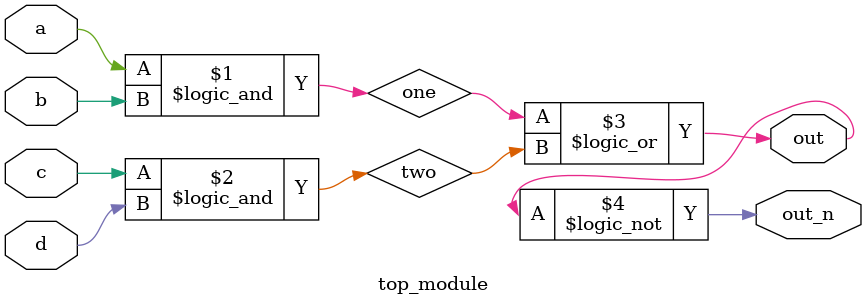
<source format=v>
`default_nettype none
module top_module(
    input a,
    input b,
    input c,
    input d,
    output out,
    output out_n   );
    wire one, two;

    assign one = a && b;
    assign two = c && d;

    assign out = one || two;
    assign out_n = !out;

endmodule

</source>
